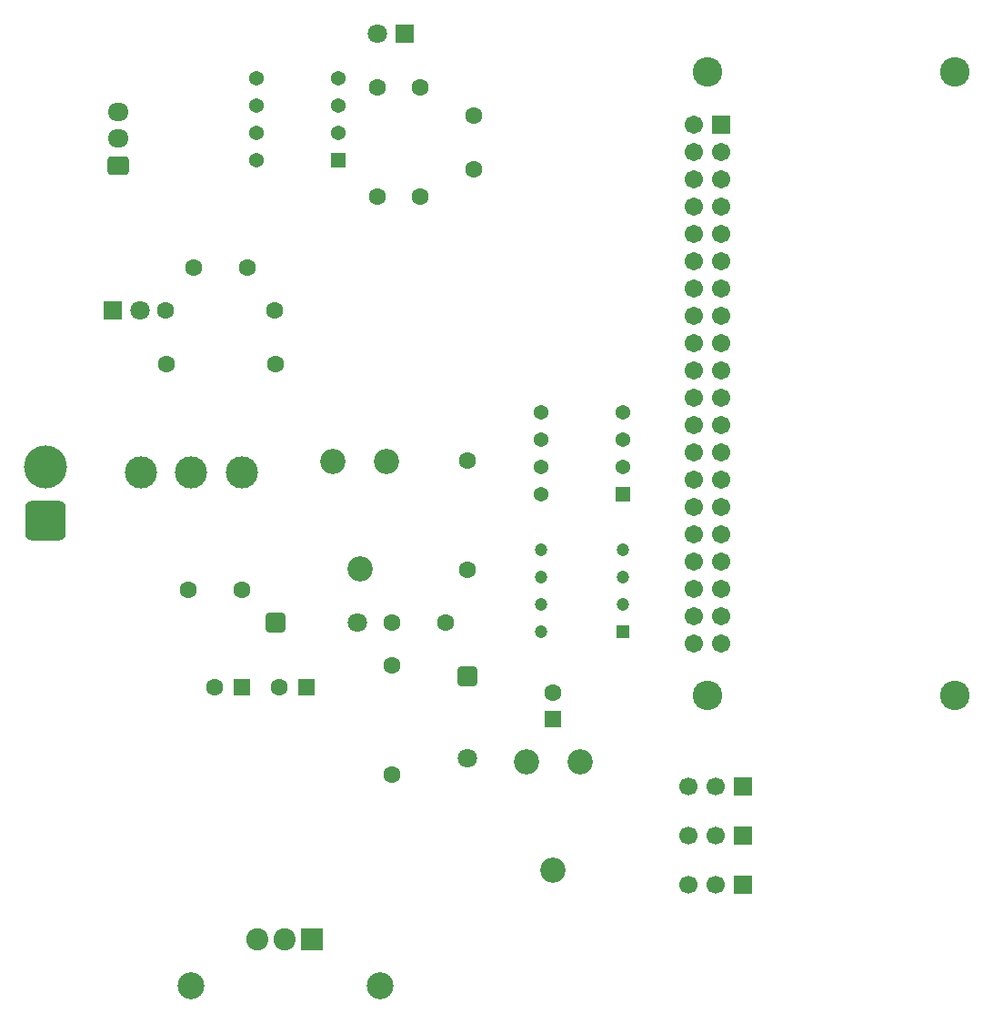
<source format=gbr>
%TF.GenerationSoftware,KiCad,Pcbnew,9.0.4*%
%TF.CreationDate,2025-09-08T14:54:06+09:00*%
%TF.ProjectId,Arm_Main,41726d5f-4d61-4696-9e2e-6b696361645f,rev?*%
%TF.SameCoordinates,Original*%
%TF.FileFunction,Soldermask,Bot*%
%TF.FilePolarity,Negative*%
%FSLAX46Y46*%
G04 Gerber Fmt 4.6, Leading zero omitted, Abs format (unit mm)*
G04 Created by KiCad (PCBNEW 9.0.4) date 2025-09-08 14:54:06*
%MOMM*%
%LPD*%
G01*
G04 APERTURE LIST*
G04 Aperture macros list*
%AMRoundRect*
0 Rectangle with rounded corners*
0 $1 Rounding radius*
0 $2 $3 $4 $5 $6 $7 $8 $9 X,Y pos of 4 corners*
0 Add a 4 corners polygon primitive as box body*
4,1,4,$2,$3,$4,$5,$6,$7,$8,$9,$2,$3,0*
0 Add four circle primitives for the rounded corners*
1,1,$1+$1,$2,$3*
1,1,$1+$1,$4,$5*
1,1,$1+$1,$6,$7*
1,1,$1+$1,$8,$9*
0 Add four rect primitives between the rounded corners*
20,1,$1+$1,$2,$3,$4,$5,0*
20,1,$1+$1,$4,$5,$6,$7,0*
20,1,$1+$1,$6,$7,$8,$9,0*
20,1,$1+$1,$8,$9,$2,$3,0*%
G04 Aperture macros list end*
%ADD10C,1.600000*%
%ADD11C,2.340000*%
%ADD12R,1.700000X1.700000*%
%ADD13C,1.700000*%
%ADD14RoundRect,0.250000X0.550000X-0.550000X0.550000X0.550000X-0.550000X0.550000X-0.550000X-0.550000X0*%
%ADD15R,1.800000X1.800000*%
%ADD16C,1.800000*%
%ADD17RoundRect,0.250000X-0.650000X-0.650000X0.650000X-0.650000X0.650000X0.650000X-0.650000X0.650000X0*%
%ADD18RoundRect,0.250000X0.550000X0.550000X-0.550000X0.550000X-0.550000X-0.550000X0.550000X-0.550000X0*%
%ADD19R,1.371600X1.371600*%
%ADD20C,1.371600*%
%ADD21RoundRect,0.760000X1.140000X-1.140000X1.140000X1.140000X-1.140000X1.140000X-1.140000X-1.140000X0*%
%ADD22C,4.000000*%
%ADD23RoundRect,0.250000X-0.650000X0.650000X-0.650000X-0.650000X0.650000X-0.650000X0.650000X0.650000X0*%
%ADD24RoundRect,0.102000X0.930000X0.930000X-0.930000X0.930000X-0.930000X-0.930000X0.930000X-0.930000X0*%
%ADD25C,2.064000*%
%ADD26C,2.500000*%
%ADD27R,1.200000X1.200000*%
%ADD28C,1.200000*%
%ADD29RoundRect,0.250000X0.725000X-0.600000X0.725000X0.600000X-0.725000X0.600000X-0.725000X-0.600000X0*%
%ADD30O,1.950000X1.700000*%
%ADD31C,3.000000*%
%ADD32C,2.750000*%
%ADD33RoundRect,0.102000X-0.754000X0.754000X-0.754000X-0.754000X0.754000X-0.754000X0.754000X0.754000X0*%
%ADD34C,1.712000*%
G04 APERTURE END LIST*
D10*
%TO.C,C2*%
X124000000Y-62580000D03*
X124000000Y-57580000D03*
%TD*%
D11*
%TO.C,RV1*%
X110855000Y-89770000D03*
X113355000Y-99770000D03*
X115855000Y-89770000D03*
%TD*%
D10*
%TO.C,R5*%
X115000000Y-65160000D03*
X115000000Y-55000000D03*
%TD*%
D12*
%TO.C,J6*%
X149000000Y-129180000D03*
D13*
X146460000Y-129180000D03*
X143920000Y-129180000D03*
%TD*%
D14*
%TO.C,C5*%
X131350000Y-113770000D03*
D10*
X131350000Y-111270000D03*
%TD*%
%TO.C,R2*%
X119000000Y-65160000D03*
X119000000Y-55000000D03*
%TD*%
%TO.C,R3*%
X123350000Y-99850000D03*
X123350000Y-89690000D03*
%TD*%
D15*
%TO.C,D1*%
X90350000Y-75770000D03*
D16*
X92890000Y-75770000D03*
%TD*%
D17*
%TO.C,D3*%
X105540000Y-104770000D03*
D16*
X113160000Y-104770000D03*
%TD*%
D10*
%TO.C,C6*%
X116350000Y-104770000D03*
X121350000Y-104770000D03*
%TD*%
D11*
%TO.C,RV2*%
X128855000Y-117770000D03*
X131355000Y-127770000D03*
X133855000Y-117770000D03*
%TD*%
D18*
%TO.C,C4*%
X102350000Y-110770000D03*
D10*
X99850000Y-110770000D03*
%TD*%
%TO.C,C3*%
X102350000Y-101770000D03*
X97350000Y-101770000D03*
%TD*%
D19*
%TO.C,U2*%
X111350000Y-61770000D03*
D20*
X111350000Y-59230000D03*
X111350000Y-56690000D03*
X111350000Y-54150000D03*
X103730000Y-54150000D03*
X103730000Y-56690000D03*
X103730000Y-59230000D03*
X103730000Y-61770000D03*
%TD*%
D21*
%TO.C,J2*%
X84050000Y-95270000D03*
D22*
X84050000Y-90270000D03*
%TD*%
D12*
%TO.C,J4*%
X149000000Y-120000000D03*
D13*
X146460000Y-120000000D03*
X143920000Y-120000000D03*
%TD*%
D23*
%TO.C,D4*%
X123350000Y-109770000D03*
D16*
X123350000Y-117390000D03*
%TD*%
D15*
%TO.C,D2*%
X117500000Y-50000000D03*
D16*
X114960000Y-50000000D03*
%TD*%
D10*
%TO.C,R4*%
X105430000Y-75770000D03*
X95270000Y-75770000D03*
%TD*%
%TO.C,C1*%
X102850000Y-71770000D03*
X97850000Y-71770000D03*
%TD*%
D24*
%TO.C,VR1*%
X108890000Y-134260000D03*
D25*
X106350000Y-134260000D03*
X103810000Y-134260000D03*
%TD*%
D26*
%TO.C,HS1*%
X115200000Y-138600000D03*
X97600000Y-138600000D03*
%TD*%
D12*
%TO.C,J5*%
X149000000Y-124590000D03*
D13*
X146460000Y-124590000D03*
X143920000Y-124590000D03*
%TD*%
D19*
%TO.C,U3*%
X137810000Y-92810000D03*
D20*
X137810000Y-90270000D03*
X137810000Y-87730000D03*
X137810000Y-85190000D03*
X130190000Y-85190000D03*
X130190000Y-87730000D03*
X130190000Y-90270000D03*
X130190000Y-92810000D03*
%TD*%
D27*
%TO.C,IC1*%
X137810000Y-105620000D03*
D28*
X137810000Y-103080000D03*
X137810000Y-100540000D03*
X137810000Y-98000000D03*
X130190000Y-98000000D03*
X130190000Y-100540000D03*
X130190000Y-103080000D03*
X130190000Y-105620000D03*
%TD*%
D18*
%TO.C,C7*%
X108350000Y-110770000D03*
D10*
X105850000Y-110770000D03*
%TD*%
%TO.C,R1*%
X105510000Y-80770000D03*
X95350000Y-80770000D03*
%TD*%
D29*
%TO.C,J1*%
X90825000Y-62270000D03*
D30*
X90825000Y-59770000D03*
X90825000Y-57270000D03*
%TD*%
D10*
%TO.C,R6*%
X116350000Y-118930000D03*
X116350000Y-108770000D03*
%TD*%
D31*
%TO.C,SW2*%
X102350000Y-90770000D03*
X97650000Y-90770000D03*
X92950000Y-90770000D03*
%TD*%
D32*
%TO.C,U1*%
X168730000Y-53590000D03*
X145730000Y-53590000D03*
X168730000Y-111590000D03*
X145730000Y-111590000D03*
D33*
X147000000Y-58460000D03*
D34*
X144460000Y-58460000D03*
X147000000Y-61000000D03*
X144460000Y-61000000D03*
X147000000Y-63540000D03*
X144460000Y-63540000D03*
X147000000Y-66080000D03*
X144460000Y-66080000D03*
X147000000Y-68620000D03*
X144460000Y-68620000D03*
X147000000Y-71160000D03*
X144460000Y-71160000D03*
X147000000Y-73700000D03*
X144460000Y-73700000D03*
X147000000Y-76240000D03*
X144460000Y-76240000D03*
X147000000Y-78780000D03*
X144460000Y-78780000D03*
X147000000Y-81320000D03*
X144460000Y-81320000D03*
X147000000Y-83860000D03*
X144460000Y-83860000D03*
X147000000Y-86400000D03*
X144460000Y-86400000D03*
X147000000Y-88940000D03*
X144460000Y-88940000D03*
X147000000Y-91480000D03*
X144460000Y-91480000D03*
X147000000Y-94020000D03*
X144460000Y-94020000D03*
X147000000Y-96560000D03*
X144460000Y-96560000D03*
X147000000Y-99100000D03*
X144460000Y-99100000D03*
X147000000Y-101640000D03*
X144460000Y-101640000D03*
X147000000Y-104180000D03*
X144460000Y-104180000D03*
X147000000Y-106720000D03*
X144460000Y-106720000D03*
%TD*%
M02*

</source>
